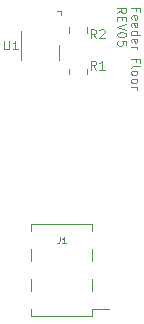
<source format=gbr>
G04 #@! TF.GenerationSoftware,KiCad,Pcbnew,(6.0.1-0)*
G04 #@! TF.CreationDate,2022-12-09T09:33:06-05:00*
G04 #@! TF.ProjectId,feederFloor,66656564-6572-4466-9c6f-6f722e6b6963,rev?*
G04 #@! TF.SameCoordinates,Original*
G04 #@! TF.FileFunction,Legend,Top*
G04 #@! TF.FilePolarity,Positive*
%FSLAX46Y46*%
G04 Gerber Fmt 4.6, Leading zero omitted, Abs format (unit mm)*
G04 Created by KiCad (PCBNEW (6.0.1-0)) date 2022-12-09 09:33:06*
%MOMM*%
%LPD*%
G01*
G04 APERTURE LIST*
%ADD10C,0.100000*%
%ADD11C,0.120000*%
G04 APERTURE END LIST*
D10*
X33257321Y-26393571D02*
X33257321Y-26143571D01*
X32864464Y-26143571D02*
X33614464Y-26143571D01*
X33614464Y-26500714D01*
X32900178Y-27072142D02*
X32864464Y-27000714D01*
X32864464Y-26857857D01*
X32900178Y-26786428D01*
X32971607Y-26750714D01*
X33257321Y-26750714D01*
X33328750Y-26786428D01*
X33364464Y-26857857D01*
X33364464Y-27000714D01*
X33328750Y-27072142D01*
X33257321Y-27107857D01*
X33185892Y-27107857D01*
X33114464Y-26750714D01*
X32900178Y-27715000D02*
X32864464Y-27643571D01*
X32864464Y-27500714D01*
X32900178Y-27429285D01*
X32971607Y-27393571D01*
X33257321Y-27393571D01*
X33328750Y-27429285D01*
X33364464Y-27500714D01*
X33364464Y-27643571D01*
X33328750Y-27715000D01*
X33257321Y-27750714D01*
X33185892Y-27750714D01*
X33114464Y-27393571D01*
X32864464Y-28393571D02*
X33614464Y-28393571D01*
X32900178Y-28393571D02*
X32864464Y-28322142D01*
X32864464Y-28179285D01*
X32900178Y-28107857D01*
X32935892Y-28072142D01*
X33007321Y-28036428D01*
X33221607Y-28036428D01*
X33293035Y-28072142D01*
X33328750Y-28107857D01*
X33364464Y-28179285D01*
X33364464Y-28322142D01*
X33328750Y-28393571D01*
X32900178Y-29036428D02*
X32864464Y-28965000D01*
X32864464Y-28822142D01*
X32900178Y-28750714D01*
X32971607Y-28715000D01*
X33257321Y-28715000D01*
X33328750Y-28750714D01*
X33364464Y-28822142D01*
X33364464Y-28965000D01*
X33328750Y-29036428D01*
X33257321Y-29072142D01*
X33185892Y-29072142D01*
X33114464Y-28715000D01*
X32864464Y-29393571D02*
X33364464Y-29393571D01*
X33221607Y-29393571D02*
X33293035Y-29429285D01*
X33328750Y-29465000D01*
X33364464Y-29536428D01*
X33364464Y-29607857D01*
X33257321Y-30679285D02*
X33257321Y-30429285D01*
X32864464Y-30429285D02*
X33614464Y-30429285D01*
X33614464Y-30786428D01*
X32864464Y-31179285D02*
X32900178Y-31107857D01*
X32971607Y-31072142D01*
X33614464Y-31072142D01*
X32864464Y-31572142D02*
X32900178Y-31500714D01*
X32935892Y-31465000D01*
X33007321Y-31429285D01*
X33221607Y-31429285D01*
X33293035Y-31465000D01*
X33328750Y-31500714D01*
X33364464Y-31572142D01*
X33364464Y-31679285D01*
X33328750Y-31750714D01*
X33293035Y-31786428D01*
X33221607Y-31822142D01*
X33007321Y-31822142D01*
X32935892Y-31786428D01*
X32900178Y-31750714D01*
X32864464Y-31679285D01*
X32864464Y-31572142D01*
X32864464Y-32250714D02*
X32900178Y-32179285D01*
X32935892Y-32143571D01*
X33007321Y-32107857D01*
X33221607Y-32107857D01*
X33293035Y-32143571D01*
X33328750Y-32179285D01*
X33364464Y-32250714D01*
X33364464Y-32357857D01*
X33328750Y-32429285D01*
X33293035Y-32465000D01*
X33221607Y-32500714D01*
X33007321Y-32500714D01*
X32935892Y-32465000D01*
X32900178Y-32429285D01*
X32864464Y-32357857D01*
X32864464Y-32250714D01*
X32864464Y-32822142D02*
X33364464Y-32822142D01*
X33221607Y-32822142D02*
X33293035Y-32857857D01*
X33328750Y-32893571D01*
X33364464Y-32965000D01*
X33364464Y-33036428D01*
X31656964Y-26572142D02*
X32014107Y-26322142D01*
X31656964Y-26143571D02*
X32406964Y-26143571D01*
X32406964Y-26429285D01*
X32371250Y-26500714D01*
X32335535Y-26536428D01*
X32264107Y-26572142D01*
X32156964Y-26572142D01*
X32085535Y-26536428D01*
X32049821Y-26500714D01*
X32014107Y-26429285D01*
X32014107Y-26143571D01*
X32049821Y-26893571D02*
X32049821Y-27143571D01*
X31656964Y-27250714D02*
X31656964Y-26893571D01*
X32406964Y-26893571D01*
X32406964Y-27250714D01*
X32406964Y-27465000D02*
X31656964Y-27715000D01*
X32406964Y-27965000D01*
X32406964Y-28357857D02*
X32406964Y-28429285D01*
X32371250Y-28500714D01*
X32335535Y-28536428D01*
X32264107Y-28572142D01*
X32121250Y-28607857D01*
X31942678Y-28607857D01*
X31799821Y-28572142D01*
X31728392Y-28536428D01*
X31692678Y-28500714D01*
X31656964Y-28429285D01*
X31656964Y-28357857D01*
X31692678Y-28286428D01*
X31728392Y-28250714D01*
X31799821Y-28215000D01*
X31942678Y-28179285D01*
X32121250Y-28179285D01*
X32264107Y-28215000D01*
X32335535Y-28250714D01*
X32371250Y-28286428D01*
X32406964Y-28357857D01*
X32406964Y-29286428D02*
X32406964Y-28929285D01*
X32049821Y-28893571D01*
X32085535Y-28929285D01*
X32121250Y-29000714D01*
X32121250Y-29179285D01*
X32085535Y-29250714D01*
X32049821Y-29286428D01*
X31978392Y-29322142D01*
X31799821Y-29322142D01*
X31728392Y-29286428D01*
X31692678Y-29250714D01*
X31656964Y-29179285D01*
X31656964Y-29000714D01*
X31692678Y-28929285D01*
X31728392Y-28893571D01*
X26783333Y-45526190D02*
X26783333Y-45883333D01*
X26759523Y-45954761D01*
X26711904Y-46002380D01*
X26640476Y-46026190D01*
X26592857Y-46026190D01*
X27283333Y-46026190D02*
X26997619Y-46026190D01*
X27140476Y-46026190D02*
X27140476Y-45526190D01*
X27092857Y-45597619D01*
X27045238Y-45645238D01*
X26997619Y-45669047D01*
X22078571Y-28889285D02*
X22078571Y-29496428D01*
X22114285Y-29567857D01*
X22150000Y-29603571D01*
X22221428Y-29639285D01*
X22364285Y-29639285D01*
X22435714Y-29603571D01*
X22471428Y-29567857D01*
X22507142Y-29496428D01*
X22507142Y-28889285D01*
X23257142Y-29639285D02*
X22828571Y-29639285D01*
X23042857Y-29639285D02*
X23042857Y-28889285D01*
X22971428Y-28996428D01*
X22900000Y-29067857D01*
X22828571Y-29103571D01*
X29875000Y-31339285D02*
X29625000Y-30982142D01*
X29446428Y-31339285D02*
X29446428Y-30589285D01*
X29732142Y-30589285D01*
X29803571Y-30625000D01*
X29839285Y-30660714D01*
X29875000Y-30732142D01*
X29875000Y-30839285D01*
X29839285Y-30910714D01*
X29803571Y-30946428D01*
X29732142Y-30982142D01*
X29446428Y-30982142D01*
X30589285Y-31339285D02*
X30160714Y-31339285D01*
X30375000Y-31339285D02*
X30375000Y-30589285D01*
X30303571Y-30696428D01*
X30232142Y-30767857D01*
X30160714Y-30803571D01*
X29875000Y-28689285D02*
X29625000Y-28332142D01*
X29446428Y-28689285D02*
X29446428Y-27939285D01*
X29732142Y-27939285D01*
X29803571Y-27975000D01*
X29839285Y-28010714D01*
X29875000Y-28082142D01*
X29875000Y-28189285D01*
X29839285Y-28260714D01*
X29803571Y-28296428D01*
X29732142Y-28332142D01*
X29446428Y-28332142D01*
X30160714Y-28010714D02*
X30196428Y-27975000D01*
X30267857Y-27939285D01*
X30446428Y-27939285D01*
X30517857Y-27975000D01*
X30553571Y-28010714D01*
X30589285Y-28082142D01*
X30589285Y-28153571D01*
X30553571Y-28260714D01*
X30125000Y-28689285D01*
X30589285Y-28689285D01*
D11*
X24350000Y-47540000D02*
X24350000Y-46520000D01*
X29550000Y-45000000D02*
X29550000Y-44430000D01*
X30990000Y-51600000D02*
X29550000Y-51600000D01*
X29550000Y-44430000D02*
X24350000Y-44430000D01*
X24350000Y-45000000D02*
X24350000Y-44430000D01*
X29550000Y-52170000D02*
X29550000Y-51600000D01*
X29550000Y-50080000D02*
X29550000Y-49060000D01*
X29550000Y-47540000D02*
X29550000Y-46520000D01*
X24350000Y-50080000D02*
X24350000Y-49060000D01*
X29550000Y-52170000D02*
X24350000Y-52170000D01*
X24350000Y-52170000D02*
X24350000Y-51600000D01*
X23540000Y-28075000D02*
X23540000Y-30525000D01*
X26900000Y-26375000D02*
X26900000Y-26712500D01*
X26575000Y-26375000D02*
X26900000Y-26375000D01*
X26760000Y-29300000D02*
X26760000Y-30525000D01*
X29085000Y-31727064D02*
X29085000Y-31272936D01*
X27615000Y-31727064D02*
X27615000Y-31272936D01*
X29085000Y-27772936D02*
X29085000Y-28227064D01*
X27615000Y-27772936D02*
X27615000Y-28227064D01*
M02*

</source>
